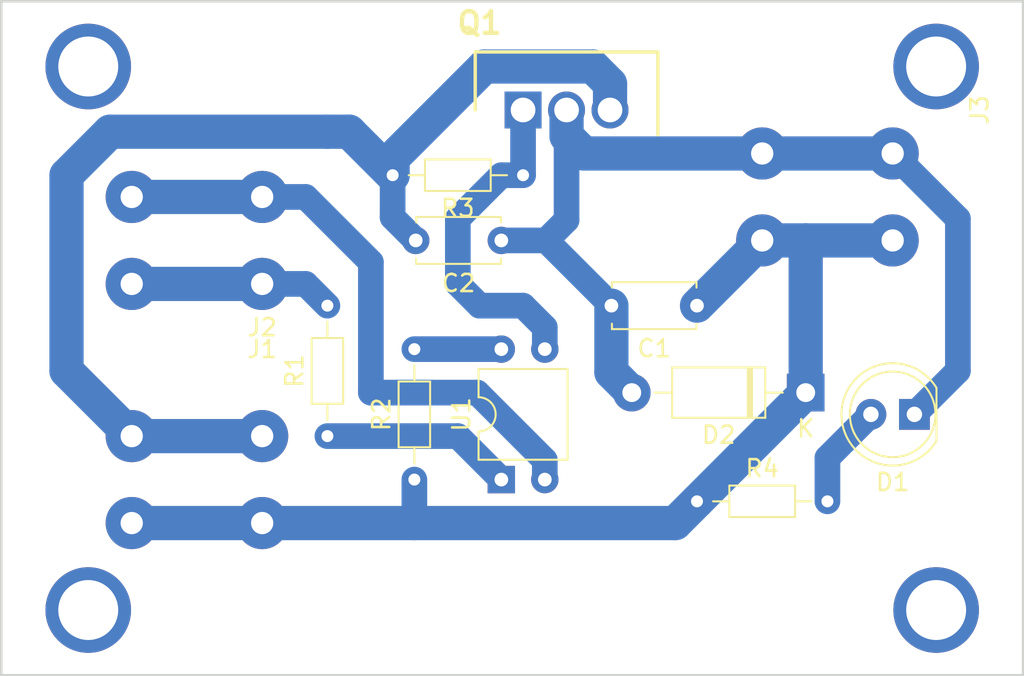
<source format=kicad_pcb>
(kicad_pcb (version 20171130) (host pcbnew 5.1.10-88a1d61d58~90~ubuntu20.04.1)

  (general
    (thickness 1.6)
    (drawings 4)
    (tracks 65)
    (zones 0)
    (modules 13)
    (nets 10)
  )

  (page A4)
  (layers
    (0 F.Cu signal)
    (31 B.Cu signal)
    (32 B.Adhes user)
    (33 F.Adhes user)
    (34 B.Paste user)
    (35 F.Paste user)
    (36 B.SilkS user)
    (37 F.SilkS user)
    (38 B.Mask user)
    (39 F.Mask user)
    (40 Dwgs.User user)
    (41 Cmts.User user)
    (42 Eco1.User user)
    (43 Eco2.User user)
    (44 Edge.Cuts user)
    (45 Margin user)
    (46 B.CrtYd user)
    (47 F.CrtYd user)
    (48 B.Fab user)
    (49 F.Fab user)
  )

  (setup
    (last_trace_width 0.25)
    (user_trace_width 1.5)
    (user_trace_width 2)
    (trace_clearance 0.2)
    (zone_clearance 0.508)
    (zone_45_only no)
    (trace_min 0.2)
    (via_size 0.8)
    (via_drill 0.4)
    (via_min_size 0.4)
    (via_min_drill 0.3)
    (user_via 4 3)
    (uvia_size 0.3)
    (uvia_drill 0.1)
    (uvias_allowed no)
    (uvia_min_size 0.2)
    (uvia_min_drill 0.1)
    (edge_width 0.05)
    (segment_width 0.2)
    (pcb_text_width 0.3)
    (pcb_text_size 1.5 1.5)
    (mod_edge_width 0.12)
    (mod_text_size 1 1)
    (mod_text_width 0.15)
    (pad_size 1.524 1.524)
    (pad_drill 0.762)
    (pad_to_mask_clearance 0)
    (aux_axis_origin 0 0)
    (visible_elements FFFFFF7F)
    (pcbplotparams
      (layerselection 0x01000_fffffffe)
      (usegerberextensions false)
      (usegerberattributes true)
      (usegerberadvancedattributes true)
      (creategerberjobfile true)
      (excludeedgelayer true)
      (linewidth 0.100000)
      (plotframeref false)
      (viasonmask false)
      (mode 1)
      (useauxorigin false)
      (hpglpennumber 1)
      (hpglpenspeed 20)
      (hpglpendiameter 15.000000)
      (psnegative false)
      (psa4output false)
      (plotreference true)
      (plotvalue true)
      (plotinvisibletext false)
      (padsonsilk false)
      (subtractmaskfromsilk false)
      (outputformat 1)
      (mirror false)
      (drillshape 0)
      (scaleselection 1)
      (outputdirectory "gerber/"))
  )

  (net 0 "")
  (net 1 "Net-(C1-Pad2)")
  (net 2 +24V)
  (net 3 GND)
  (net 4 "Net-(D1-Pad2)")
  (net 5 "Net-(J1-Pad1)")
  (net 6 "Net-(J1-Pad2)")
  (net 7 "Net-(Q1-Pad1)")
  (net 8 "Net-(R1-Pad1)")
  (net 9 "Net-(R2-Pad2)")

  (net_class Default "This is the default net class."
    (clearance 0.2)
    (trace_width 0.25)
    (via_dia 0.8)
    (via_drill 0.4)
    (uvia_dia 0.3)
    (uvia_drill 0.1)
    (add_net +24V)
    (add_net GND)
    (add_net "Net-(C1-Pad2)")
    (add_net "Net-(D1-Pad2)")
    (add_net "Net-(J1-Pad1)")
    (add_net "Net-(J1-Pad2)")
    (add_net "Net-(Q1-Pad1)")
    (add_net "Net-(R1-Pad1)")
    (add_net "Net-(R2-Pad2)")
  )

  (module proj_packages:TO254P483X1016X1501-3P (layer F.Cu) (tedit 618A3744) (tstamp 618A984F)
    (at 114.3 93.98)
    (descr TO-262_1)
    (tags Transistor)
    (path /618A3800)
    (fp_text reference Q1 (at -2.54 -5.08) (layer F.SilkS)
      (effects (font (size 1.27 1.27) (thickness 0.254)))
    )
    (fp_text value IRLB3034PBF (at 1.27 3.81) (layer F.SilkS) hide
      (effects (font (size 1.27 1.27) (thickness 0.254)))
    )
    (fp_line (start -3.045 -3.64) (end 8.125 -3.64) (layer F.CrtYd) (width 0.05))
    (fp_line (start 8.125 -3.64) (end 8.125 1.69) (layer F.CrtYd) (width 0.05))
    (fp_line (start 8.125 1.69) (end -3.045 1.69) (layer F.CrtYd) (width 0.05))
    (fp_line (start -3.045 1.69) (end -3.045 -3.64) (layer F.CrtYd) (width 0.05))
    (fp_line (start -2.795 -3.39) (end 7.875 -3.39) (layer F.Fab) (width 0.1))
    (fp_line (start 7.875 -3.39) (end 7.875 1.44) (layer F.Fab) (width 0.1))
    (fp_line (start 7.875 1.44) (end -2.795 1.44) (layer F.Fab) (width 0.1))
    (fp_line (start -2.795 1.44) (end -2.795 -3.39) (layer F.Fab) (width 0.1))
    (fp_line (start -2.795 -2.12) (end -1.525 -3.39) (layer F.Fab) (width 0.1))
    (fp_line (start 7.875 1.44) (end 7.875 -3.39) (layer F.SilkS) (width 0.2))
    (fp_line (start 7.875 -3.39) (end -2.795 -3.39) (layer F.SilkS) (width 0.2))
    (fp_line (start -2.795 -3.39) (end -2.795 0) (layer F.SilkS) (width 0.2))
    (fp_text user %R (at 0 0) (layer F.Fab)
      (effects (font (size 1.27 1.27) (thickness 0.254)))
    )
    (pad 1 thru_hole rect (at 0 0) (size 2.16 2.16) (drill 1.44) (layers *.Cu *.Mask)
      (net 7 "Net-(Q1-Pad1)"))
    (pad 2 thru_hole circle (at 2.54 0) (size 2.16 2.16) (drill 1.44) (layers *.Cu *.Mask)
      (net 1 "Net-(C1-Pad2)"))
    (pad 3 thru_hole circle (at 5.08 0) (size 2.16 2.16) (drill 1.44) (layers *.Cu *.Mask)
      (net 3 GND))
    (model IRLB3034PBF.stp
      (at (xyz 0 0 0))
      (scale (xyz 1 1 1))
      (rotate (xyz 0 0 0))
    )
    (model ${KIPRJMOD}/LIBs/IRLB3034PBF/3D/IRLB3034PBF.stp
      (at (xyz 0 0 0))
      (scale (xyz 1 1 1))
      (rotate (xyz 0 0 0))
    )
  )

  (module Diode_THT:D_DO-41_SOD81_P10.16mm_Horizontal (layer F.Cu) (tedit 5AE50CD5) (tstamp 618A980E)
    (at 130.81 110.49 180)
    (descr "Diode, DO-41_SOD81 series, Axial, Horizontal, pin pitch=10.16mm, , length*diameter=5.2*2.7mm^2, , http://www.diodes.com/_files/packages/DO-41%20(Plastic).pdf")
    (tags "Diode DO-41_SOD81 series Axial Horizontal pin pitch 10.16mm  length 5.2mm diameter 2.7mm")
    (path /6193AA7F)
    (fp_text reference D2 (at 5.08 -2.47) (layer F.SilkS)
      (effects (font (size 1 1) (thickness 0.15)))
    )
    (fp_text value 1N4004 (at 5.08 2.47) (layer F.Fab)
      (effects (font (size 1 1) (thickness 0.15)))
    )
    (fp_line (start 11.51 -1.6) (end -1.35 -1.6) (layer F.CrtYd) (width 0.05))
    (fp_line (start 11.51 1.6) (end 11.51 -1.6) (layer F.CrtYd) (width 0.05))
    (fp_line (start -1.35 1.6) (end 11.51 1.6) (layer F.CrtYd) (width 0.05))
    (fp_line (start -1.35 -1.6) (end -1.35 1.6) (layer F.CrtYd) (width 0.05))
    (fp_line (start 3.14 -1.47) (end 3.14 1.47) (layer F.SilkS) (width 0.12))
    (fp_line (start 3.38 -1.47) (end 3.38 1.47) (layer F.SilkS) (width 0.12))
    (fp_line (start 3.26 -1.47) (end 3.26 1.47) (layer F.SilkS) (width 0.12))
    (fp_line (start 8.82 0) (end 7.8 0) (layer F.SilkS) (width 0.12))
    (fp_line (start 1.34 0) (end 2.36 0) (layer F.SilkS) (width 0.12))
    (fp_line (start 7.8 -1.47) (end 2.36 -1.47) (layer F.SilkS) (width 0.12))
    (fp_line (start 7.8 1.47) (end 7.8 -1.47) (layer F.SilkS) (width 0.12))
    (fp_line (start 2.36 1.47) (end 7.8 1.47) (layer F.SilkS) (width 0.12))
    (fp_line (start 2.36 -1.47) (end 2.36 1.47) (layer F.SilkS) (width 0.12))
    (fp_line (start 3.16 -1.35) (end 3.16 1.35) (layer F.Fab) (width 0.1))
    (fp_line (start 3.36 -1.35) (end 3.36 1.35) (layer F.Fab) (width 0.1))
    (fp_line (start 3.26 -1.35) (end 3.26 1.35) (layer F.Fab) (width 0.1))
    (fp_line (start 10.16 0) (end 7.68 0) (layer F.Fab) (width 0.1))
    (fp_line (start 0 0) (end 2.48 0) (layer F.Fab) (width 0.1))
    (fp_line (start 7.68 -1.35) (end 2.48 -1.35) (layer F.Fab) (width 0.1))
    (fp_line (start 7.68 1.35) (end 7.68 -1.35) (layer F.Fab) (width 0.1))
    (fp_line (start 2.48 1.35) (end 7.68 1.35) (layer F.Fab) (width 0.1))
    (fp_line (start 2.48 -1.35) (end 2.48 1.35) (layer F.Fab) (width 0.1))
    (fp_text user K (at 0 -2.1) (layer F.SilkS)
      (effects (font (size 1 1) (thickness 0.15)))
    )
    (fp_text user K (at 0 -2.1) (layer F.Fab)
      (effects (font (size 1 1) (thickness 0.15)))
    )
    (fp_text user %R (at 5.47 0) (layer F.Fab)
      (effects (font (size 1 1) (thickness 0.15)))
    )
    (pad 2 thru_hole oval (at 10.16 0 180) (size 2.2 2.2) (drill 1.1) (layers *.Cu *.Mask)
      (net 1 "Net-(C1-Pad2)"))
    (pad 1 thru_hole rect (at 0 0 180) (size 2.2 2.2) (drill 1.1) (layers *.Cu *.Mask)
      (net 2 +24V))
    (model ${KISYS3DMOD}/Diode_THT.3dshapes/D_DO-41_SOD81_P10.16mm_Horizontal.wrl
      (at (xyz 0 0 0))
      (scale (xyz 1 1 1))
      (rotate (xyz 0 0 0))
    )
  )

  (module Package_DIP:DIP-4_W7.62mm (layer F.Cu) (tedit 5A02E8C5) (tstamp 618A98C3)
    (at 113.03 115.57 90)
    (descr "4-lead though-hole mounted DIP package, row spacing 7.62 mm (300 mils)")
    (tags "THT DIP DIL PDIP 2.54mm 7.62mm 300mil")
    (path /618A545D)
    (fp_text reference U1 (at 3.81 -2.33 90) (layer F.SilkS)
      (effects (font (size 1 1) (thickness 0.15)))
    )
    (fp_text value PC817 (at 3.81 4.87 90) (layer F.Fab)
      (effects (font (size 1 1) (thickness 0.15)))
    )
    (fp_line (start 8.7 -1.55) (end -1.1 -1.55) (layer F.CrtYd) (width 0.05))
    (fp_line (start 8.7 4.1) (end 8.7 -1.55) (layer F.CrtYd) (width 0.05))
    (fp_line (start -1.1 4.1) (end 8.7 4.1) (layer F.CrtYd) (width 0.05))
    (fp_line (start -1.1 -1.55) (end -1.1 4.1) (layer F.CrtYd) (width 0.05))
    (fp_line (start 6.46 -1.33) (end 4.81 -1.33) (layer F.SilkS) (width 0.12))
    (fp_line (start 6.46 3.87) (end 6.46 -1.33) (layer F.SilkS) (width 0.12))
    (fp_line (start 1.16 3.87) (end 6.46 3.87) (layer F.SilkS) (width 0.12))
    (fp_line (start 1.16 -1.33) (end 1.16 3.87) (layer F.SilkS) (width 0.12))
    (fp_line (start 2.81 -1.33) (end 1.16 -1.33) (layer F.SilkS) (width 0.12))
    (fp_line (start 0.635 -0.27) (end 1.635 -1.27) (layer F.Fab) (width 0.1))
    (fp_line (start 0.635 3.81) (end 0.635 -0.27) (layer F.Fab) (width 0.1))
    (fp_line (start 6.985 3.81) (end 0.635 3.81) (layer F.Fab) (width 0.1))
    (fp_line (start 6.985 -1.27) (end 6.985 3.81) (layer F.Fab) (width 0.1))
    (fp_line (start 1.635 -1.27) (end 6.985 -1.27) (layer F.Fab) (width 0.1))
    (fp_text user %R (at 3.81 1.27 90) (layer F.Fab)
      (effects (font (size 1 1) (thickness 0.15)))
    )
    (fp_arc (start 3.81 -1.33) (end 2.81 -1.33) (angle -180) (layer F.SilkS) (width 0.12))
    (pad 4 thru_hole oval (at 7.62 0 90) (size 1.6 1.6) (drill 0.8) (layers *.Cu *.Mask)
      (net 9 "Net-(R2-Pad2)"))
    (pad 2 thru_hole oval (at 0 2.54 90) (size 1.6 1.6) (drill 0.8) (layers *.Cu *.Mask)
      (net 5 "Net-(J1-Pad1)"))
    (pad 3 thru_hole oval (at 7.62 2.54 90) (size 1.6 1.6) (drill 0.8) (layers *.Cu *.Mask)
      (net 7 "Net-(Q1-Pad1)"))
    (pad 1 thru_hole rect (at 0 0 90) (size 1.6 1.6) (drill 0.8) (layers *.Cu *.Mask)
      (net 8 "Net-(R1-Pad1)"))
    (model ${KISYS3DMOD}/Package_DIP.3dshapes/DIP-4_W7.62mm.wrl
      (at (xyz 0 0 0))
      (scale (xyz 1 1 1))
      (rotate (xyz 0 0 0))
    )
  )

  (module Resistor_THT:R_Axial_DIN0204_L3.6mm_D1.6mm_P7.62mm_Horizontal (layer F.Cu) (tedit 5AE5139B) (tstamp 618AA21C)
    (at 124.46 116.84)
    (descr "Resistor, Axial_DIN0204 series, Axial, Horizontal, pin pitch=7.62mm, 0.167W, length*diameter=3.6*1.6mm^2, http://cdn-reichelt.de/documents/datenblatt/B400/1_4W%23YAG.pdf")
    (tags "Resistor Axial_DIN0204 series Axial Horizontal pin pitch 7.62mm 0.167W length 3.6mm diameter 1.6mm")
    (path /61914254)
    (fp_text reference R4 (at 3.81 -1.92) (layer F.SilkS)
      (effects (font (size 1 1) (thickness 0.15)))
    )
    (fp_text value 4k7 (at 3.81 1.92) (layer F.Fab)
      (effects (font (size 1 1) (thickness 0.15)))
    )
    (fp_line (start 8.57 -1.05) (end -0.95 -1.05) (layer F.CrtYd) (width 0.05))
    (fp_line (start 8.57 1.05) (end 8.57 -1.05) (layer F.CrtYd) (width 0.05))
    (fp_line (start -0.95 1.05) (end 8.57 1.05) (layer F.CrtYd) (width 0.05))
    (fp_line (start -0.95 -1.05) (end -0.95 1.05) (layer F.CrtYd) (width 0.05))
    (fp_line (start 6.68 0) (end 5.73 0) (layer F.SilkS) (width 0.12))
    (fp_line (start 0.94 0) (end 1.89 0) (layer F.SilkS) (width 0.12))
    (fp_line (start 5.73 -0.92) (end 1.89 -0.92) (layer F.SilkS) (width 0.12))
    (fp_line (start 5.73 0.92) (end 5.73 -0.92) (layer F.SilkS) (width 0.12))
    (fp_line (start 1.89 0.92) (end 5.73 0.92) (layer F.SilkS) (width 0.12))
    (fp_line (start 1.89 -0.92) (end 1.89 0.92) (layer F.SilkS) (width 0.12))
    (fp_line (start 7.62 0) (end 5.61 0) (layer F.Fab) (width 0.1))
    (fp_line (start 0 0) (end 2.01 0) (layer F.Fab) (width 0.1))
    (fp_line (start 5.61 -0.8) (end 2.01 -0.8) (layer F.Fab) (width 0.1))
    (fp_line (start 5.61 0.8) (end 5.61 -0.8) (layer F.Fab) (width 0.1))
    (fp_line (start 2.01 0.8) (end 5.61 0.8) (layer F.Fab) (width 0.1))
    (fp_line (start 2.01 -0.8) (end 2.01 0.8) (layer F.Fab) (width 0.1))
    (fp_text user %R (at 3.81 0) (layer F.Fab)
      (effects (font (size 0.72 0.72) (thickness 0.108)))
    )
    (pad 2 thru_hole oval (at 7.62 0) (size 1.4 1.4) (drill 0.7) (layers *.Cu *.Mask)
      (net 4 "Net-(D1-Pad2)"))
    (pad 1 thru_hole circle (at 0 0) (size 1.4 1.4) (drill 0.7) (layers *.Cu *.Mask)
      (net 2 +24V))
    (model ${KISYS3DMOD}/Resistor_THT.3dshapes/R_Axial_DIN0204_L3.6mm_D1.6mm_P7.62mm_Horizontal.wrl
      (at (xyz 0 0 0))
      (scale (xyz 1 1 1))
      (rotate (xyz 0 0 0))
    )
  )

  (module Resistor_THT:R_Axial_DIN0204_L3.6mm_D1.6mm_P7.62mm_Horizontal (layer F.Cu) (tedit 5AE5139B) (tstamp 618A9894)
    (at 114.3 97.79 180)
    (descr "Resistor, Axial_DIN0204 series, Axial, Horizontal, pin pitch=7.62mm, 0.167W, length*diameter=3.6*1.6mm^2, http://cdn-reichelt.de/documents/datenblatt/B400/1_4W%23YAG.pdf")
    (tags "Resistor Axial_DIN0204 series Axial Horizontal pin pitch 7.62mm 0.167W length 3.6mm diameter 1.6mm")
    (path /618C7D76)
    (fp_text reference R3 (at 3.81 -1.92) (layer F.SilkS)
      (effects (font (size 1 1) (thickness 0.15)))
    )
    (fp_text value 2k (at 3.81 1.92) (layer F.Fab)
      (effects (font (size 1 1) (thickness 0.15)))
    )
    (fp_line (start 8.57 -1.05) (end -0.95 -1.05) (layer F.CrtYd) (width 0.05))
    (fp_line (start 8.57 1.05) (end 8.57 -1.05) (layer F.CrtYd) (width 0.05))
    (fp_line (start -0.95 1.05) (end 8.57 1.05) (layer F.CrtYd) (width 0.05))
    (fp_line (start -0.95 -1.05) (end -0.95 1.05) (layer F.CrtYd) (width 0.05))
    (fp_line (start 6.68 0) (end 5.73 0) (layer F.SilkS) (width 0.12))
    (fp_line (start 0.94 0) (end 1.89 0) (layer F.SilkS) (width 0.12))
    (fp_line (start 5.73 -0.92) (end 1.89 -0.92) (layer F.SilkS) (width 0.12))
    (fp_line (start 5.73 0.92) (end 5.73 -0.92) (layer F.SilkS) (width 0.12))
    (fp_line (start 1.89 0.92) (end 5.73 0.92) (layer F.SilkS) (width 0.12))
    (fp_line (start 1.89 -0.92) (end 1.89 0.92) (layer F.SilkS) (width 0.12))
    (fp_line (start 7.62 0) (end 5.61 0) (layer F.Fab) (width 0.1))
    (fp_line (start 0 0) (end 2.01 0) (layer F.Fab) (width 0.1))
    (fp_line (start 5.61 -0.8) (end 2.01 -0.8) (layer F.Fab) (width 0.1))
    (fp_line (start 5.61 0.8) (end 5.61 -0.8) (layer F.Fab) (width 0.1))
    (fp_line (start 2.01 0.8) (end 5.61 0.8) (layer F.Fab) (width 0.1))
    (fp_line (start 2.01 -0.8) (end 2.01 0.8) (layer F.Fab) (width 0.1))
    (fp_text user %R (at 3.81 0) (layer F.Fab)
      (effects (font (size 0.72 0.72) (thickness 0.108)))
    )
    (pad 2 thru_hole oval (at 7.62 0 180) (size 1.4 1.4) (drill 0.7) (layers *.Cu *.Mask)
      (net 3 GND))
    (pad 1 thru_hole circle (at 0 0 180) (size 1.4 1.4) (drill 0.7) (layers *.Cu *.Mask)
      (net 7 "Net-(Q1-Pad1)"))
    (model ${KISYS3DMOD}/Resistor_THT.3dshapes/R_Axial_DIN0204_L3.6mm_D1.6mm_P7.62mm_Horizontal.wrl
      (at (xyz 0 0 0))
      (scale (xyz 1 1 1))
      (rotate (xyz 0 0 0))
    )
  )

  (module Resistor_THT:R_Axial_DIN0204_L3.6mm_D1.6mm_P7.62mm_Horizontal (layer F.Cu) (tedit 5AE5139B) (tstamp 618A9E91)
    (at 107.95 115.57 90)
    (descr "Resistor, Axial_DIN0204 series, Axial, Horizontal, pin pitch=7.62mm, 0.167W, length*diameter=3.6*1.6mm^2, http://cdn-reichelt.de/documents/datenblatt/B400/1_4W%23YAG.pdf")
    (tags "Resistor Axial_DIN0204 series Axial Horizontal pin pitch 7.62mm 0.167W length 3.6mm diameter 1.6mm")
    (path /618C0031)
    (fp_text reference R2 (at 3.81 -1.92 90) (layer F.SilkS)
      (effects (font (size 1 1) (thickness 0.15)))
    )
    (fp_text value 2k7 (at 3.81 1.92 90) (layer F.Fab)
      (effects (font (size 1 1) (thickness 0.15)))
    )
    (fp_line (start 8.57 -1.05) (end -0.95 -1.05) (layer F.CrtYd) (width 0.05))
    (fp_line (start 8.57 1.05) (end 8.57 -1.05) (layer F.CrtYd) (width 0.05))
    (fp_line (start -0.95 1.05) (end 8.57 1.05) (layer F.CrtYd) (width 0.05))
    (fp_line (start -0.95 -1.05) (end -0.95 1.05) (layer F.CrtYd) (width 0.05))
    (fp_line (start 6.68 0) (end 5.73 0) (layer F.SilkS) (width 0.12))
    (fp_line (start 0.94 0) (end 1.89 0) (layer F.SilkS) (width 0.12))
    (fp_line (start 5.73 -0.92) (end 1.89 -0.92) (layer F.SilkS) (width 0.12))
    (fp_line (start 5.73 0.92) (end 5.73 -0.92) (layer F.SilkS) (width 0.12))
    (fp_line (start 1.89 0.92) (end 5.73 0.92) (layer F.SilkS) (width 0.12))
    (fp_line (start 1.89 -0.92) (end 1.89 0.92) (layer F.SilkS) (width 0.12))
    (fp_line (start 7.62 0) (end 5.61 0) (layer F.Fab) (width 0.1))
    (fp_line (start 0 0) (end 2.01 0) (layer F.Fab) (width 0.1))
    (fp_line (start 5.61 -0.8) (end 2.01 -0.8) (layer F.Fab) (width 0.1))
    (fp_line (start 5.61 0.8) (end 5.61 -0.8) (layer F.Fab) (width 0.1))
    (fp_line (start 2.01 0.8) (end 5.61 0.8) (layer F.Fab) (width 0.1))
    (fp_line (start 2.01 -0.8) (end 2.01 0.8) (layer F.Fab) (width 0.1))
    (fp_text user %R (at 3.81 0 90) (layer F.Fab)
      (effects (font (size 0.72 0.72) (thickness 0.108)))
    )
    (pad 2 thru_hole oval (at 7.62 0 90) (size 1.4 1.4) (drill 0.7) (layers *.Cu *.Mask)
      (net 9 "Net-(R2-Pad2)"))
    (pad 1 thru_hole circle (at 0 0 90) (size 1.4 1.4) (drill 0.7) (layers *.Cu *.Mask)
      (net 2 +24V))
    (model ${KISYS3DMOD}/Resistor_THT.3dshapes/R_Axial_DIN0204_L3.6mm_D1.6mm_P7.62mm_Horizontal.wrl
      (at (xyz 0 0 0))
      (scale (xyz 1 1 1))
      (rotate (xyz 0 0 0))
    )
  )

  (module Resistor_THT:R_Axial_DIN0204_L3.6mm_D1.6mm_P7.62mm_Horizontal (layer F.Cu) (tedit 5AE5139B) (tstamp 618A9866)
    (at 102.87 113.03 90)
    (descr "Resistor, Axial_DIN0204 series, Axial, Horizontal, pin pitch=7.62mm, 0.167W, length*diameter=3.6*1.6mm^2, http://cdn-reichelt.de/documents/datenblatt/B400/1_4W%23YAG.pdf")
    (tags "Resistor Axial_DIN0204 series Axial Horizontal pin pitch 7.62mm 0.167W length 3.6mm diameter 1.6mm")
    (path /618D13F4)
    (fp_text reference R1 (at 3.81 -1.92 90) (layer F.SilkS)
      (effects (font (size 1 1) (thickness 0.15)))
    )
    (fp_text value 560 (at 3.81 1.92 90) (layer F.Fab)
      (effects (font (size 1 1) (thickness 0.15)))
    )
    (fp_line (start 8.57 -1.05) (end -0.95 -1.05) (layer F.CrtYd) (width 0.05))
    (fp_line (start 8.57 1.05) (end 8.57 -1.05) (layer F.CrtYd) (width 0.05))
    (fp_line (start -0.95 1.05) (end 8.57 1.05) (layer F.CrtYd) (width 0.05))
    (fp_line (start -0.95 -1.05) (end -0.95 1.05) (layer F.CrtYd) (width 0.05))
    (fp_line (start 6.68 0) (end 5.73 0) (layer F.SilkS) (width 0.12))
    (fp_line (start 0.94 0) (end 1.89 0) (layer F.SilkS) (width 0.12))
    (fp_line (start 5.73 -0.92) (end 1.89 -0.92) (layer F.SilkS) (width 0.12))
    (fp_line (start 5.73 0.92) (end 5.73 -0.92) (layer F.SilkS) (width 0.12))
    (fp_line (start 1.89 0.92) (end 5.73 0.92) (layer F.SilkS) (width 0.12))
    (fp_line (start 1.89 -0.92) (end 1.89 0.92) (layer F.SilkS) (width 0.12))
    (fp_line (start 7.62 0) (end 5.61 0) (layer F.Fab) (width 0.1))
    (fp_line (start 0 0) (end 2.01 0) (layer F.Fab) (width 0.1))
    (fp_line (start 5.61 -0.8) (end 2.01 -0.8) (layer F.Fab) (width 0.1))
    (fp_line (start 5.61 0.8) (end 5.61 -0.8) (layer F.Fab) (width 0.1))
    (fp_line (start 2.01 0.8) (end 5.61 0.8) (layer F.Fab) (width 0.1))
    (fp_line (start 2.01 -0.8) (end 2.01 0.8) (layer F.Fab) (width 0.1))
    (fp_text user %R (at 3.81 0 90) (layer F.Fab)
      (effects (font (size 0.72 0.72) (thickness 0.108)))
    )
    (pad 2 thru_hole oval (at 7.62 0 90) (size 1.4 1.4) (drill 0.7) (layers *.Cu *.Mask)
      (net 6 "Net-(J1-Pad2)"))
    (pad 1 thru_hole circle (at 0 0 90) (size 1.4 1.4) (drill 0.7) (layers *.Cu *.Mask)
      (net 8 "Net-(R1-Pad1)"))
    (model ${KISYS3DMOD}/Resistor_THT.3dshapes/R_Axial_DIN0204_L3.6mm_D1.6mm_P7.62mm_Horizontal.wrl
      (at (xyz 0 0 0))
      (scale (xyz 1 1 1))
      (rotate (xyz 0 0 0))
    )
  )

  (module proj_packages:DG142V-5.08-2 (layer F.Cu) (tedit 609E5E2A) (tstamp 618AA289)
    (at 135.89 99.06 90)
    (path /618A73EE)
    (fp_text reference J3 (at 5.08 5.08 90) (layer F.SilkS)
      (effects (font (size 1 1) (thickness 0.15)))
    )
    (fp_text value PWM_24V_OUT (at -2.54 5.08 90) (layer F.Fab)
      (effects (font (size 1 1) (thickness 0.15)))
    )
    (fp_line (start -7.62 4.4) (end 5.08 4.4) (layer F.CrtYd) (width 0.12))
    (fp_line (start -7.62 1.5) (end -7.62 4.4) (layer F.CrtYd) (width 0.12))
    (fp_line (start 5.08 1.5) (end 5.08 4.4) (layer F.CrtYd) (width 0.12))
    (fp_line (start -7.62 -8.8) (end 5.08 -8.8) (layer F.CrtYd) (width 0.12))
    (fp_line (start -7.62 1.5) (end 5.08 1.5) (layer F.CrtYd) (width 0.12))
    (fp_line (start -7.62 1.5) (end -7.62 -8.8) (layer F.CrtYd) (width 0.12))
    (fp_line (start 5.08 1.5) (end 5.08 -8.8) (layer F.CrtYd) (width 0.12))
    (pad 1 thru_hole circle (at -2.54 0 90) (size 3.048 3.048) (drill 1.3) (layers *.Cu *.Mask)
      (net 2 +24V))
    (pad 2 thru_hole circle (at 2.54 0 90) (size 3.048 3.048) (drill 1.3) (layers *.Cu *.Mask)
      (net 1 "Net-(C1-Pad2)"))
    (pad 2 thru_hole circle (at 2.54 -7.62 90) (size 3.048 3.048) (drill 1.3) (layers *.Cu *.Mask)
      (net 1 "Net-(C1-Pad2)"))
    (pad 1 thru_hole circle (at -2.54 -7.62 90) (size 3.048 3.048) (drill 1.3) (layers *.Cu *.Mask)
      (net 2 +24V))
    (model C:/projects/_002_KiCad/LIBS/pcb-spring-terminal-blocks-dg-142v-kf142v-5-08-1.snapshot.15/DG142V-2-5.08.STEP
      (offset (xyz -7.5 -4 0))
      (scale (xyz 1 1 1))
      (rotate (xyz -90 0 0))
    )
  )

  (module proj_packages:DG142V-5.08-2 (layer F.Cu) (tedit 609E5E2A) (tstamp 618A982C)
    (at 91.44 115.57 270)
    (path /618A82DB)
    (fp_text reference J2 (at -8.89 -7.62 180) (layer F.SilkS)
      (effects (font (size 1 1) (thickness 0.15)))
    )
    (fp_text value POW_24V (at -8.89 1.27 180) (layer F.Fab)
      (effects (font (size 1 1) (thickness 0.15)))
    )
    (fp_line (start -7.62 4.4) (end 5.08 4.4) (layer F.CrtYd) (width 0.12))
    (fp_line (start -7.62 1.5) (end -7.62 4.4) (layer F.CrtYd) (width 0.12))
    (fp_line (start 5.08 1.5) (end 5.08 4.4) (layer F.CrtYd) (width 0.12))
    (fp_line (start -7.62 -8.8) (end 5.08 -8.8) (layer F.CrtYd) (width 0.12))
    (fp_line (start -7.62 1.5) (end 5.08 1.5) (layer F.CrtYd) (width 0.12))
    (fp_line (start -7.62 1.5) (end -7.62 -8.8) (layer F.CrtYd) (width 0.12))
    (fp_line (start 5.08 1.5) (end 5.08 -8.8) (layer F.CrtYd) (width 0.12))
    (pad 1 thru_hole circle (at -2.54 0 270) (size 3.048 3.048) (drill 1.3) (layers *.Cu *.Mask)
      (net 3 GND))
    (pad 2 thru_hole circle (at 2.54 0 270) (size 3.048 3.048) (drill 1.3) (layers *.Cu *.Mask)
      (net 2 +24V))
    (pad 2 thru_hole circle (at 2.54 -7.62 270) (size 3.048 3.048) (drill 1.3) (layers *.Cu *.Mask)
      (net 2 +24V))
    (pad 1 thru_hole circle (at -2.54 -7.62 270) (size 3.048 3.048) (drill 1.3) (layers *.Cu *.Mask)
      (net 3 GND))
    (model C:/projects/_002_KiCad/LIBS/pcb-spring-terminal-blocks-dg-142v-kf142v-5-08-1.snapshot.15/DG142V-2-5.08.STEP
      (offset (xyz -7.5 -4 0))
      (scale (xyz 1 1 1))
      (rotate (xyz -90 0 0))
    )
  )

  (module proj_packages:DG142V-5.08-2 (layer F.Cu) (tedit 609E5E2A) (tstamp 618A981D)
    (at 91.44 101.6 270)
    (path /618A6A24)
    (fp_text reference J1 (at 6.35 -7.62 180) (layer F.SilkS)
      (effects (font (size 1 1) (thickness 0.15)))
    )
    (fp_text value PWM_12V_IN (at 6.35 0 180) (layer F.Fab)
      (effects (font (size 1 1) (thickness 0.15)))
    )
    (fp_line (start -7.62 4.4) (end 5.08 4.4) (layer F.CrtYd) (width 0.12))
    (fp_line (start -7.62 1.5) (end -7.62 4.4) (layer F.CrtYd) (width 0.12))
    (fp_line (start 5.08 1.5) (end 5.08 4.4) (layer F.CrtYd) (width 0.12))
    (fp_line (start -7.62 -8.8) (end 5.08 -8.8) (layer F.CrtYd) (width 0.12))
    (fp_line (start -7.62 1.5) (end 5.08 1.5) (layer F.CrtYd) (width 0.12))
    (fp_line (start -7.62 1.5) (end -7.62 -8.8) (layer F.CrtYd) (width 0.12))
    (fp_line (start 5.08 1.5) (end 5.08 -8.8) (layer F.CrtYd) (width 0.12))
    (pad 1 thru_hole circle (at -2.54 0 270) (size 3.048 3.048) (drill 1.3) (layers *.Cu *.Mask)
      (net 5 "Net-(J1-Pad1)"))
    (pad 2 thru_hole circle (at 2.54 0 270) (size 3.048 3.048) (drill 1.3) (layers *.Cu *.Mask)
      (net 6 "Net-(J1-Pad2)"))
    (pad 2 thru_hole circle (at 2.54 -7.62 270) (size 3.048 3.048) (drill 1.3) (layers *.Cu *.Mask)
      (net 6 "Net-(J1-Pad2)"))
    (pad 1 thru_hole circle (at -2.54 -7.62 270) (size 3.048 3.048) (drill 1.3) (layers *.Cu *.Mask)
      (net 5 "Net-(J1-Pad1)"))
    (model C:/projects/_002_KiCad/LIBS/pcb-spring-terminal-blocks-dg-142v-kf142v-5-08-1.snapshot.15/DG142V-2-5.08.STEP
      (offset (xyz -7.5 -4 0))
      (scale (xyz 1 1 1))
      (rotate (xyz -90 0 0))
    )
  )

  (module LED_THT:LED_D5.0mm (layer F.Cu) (tedit 5995936A) (tstamp 618AA259)
    (at 137.16 111.76 180)
    (descr "LED, diameter 5.0mm, 2 pins, http://cdn-reichelt.de/documents/datenblatt/A500/LL-504BC2E-009.pdf")
    (tags "LED diameter 5.0mm 2 pins")
    (path /619136D0)
    (fp_text reference D1 (at 1.27 -3.96) (layer F.SilkS)
      (effects (font (size 1 1) (thickness 0.15)))
    )
    (fp_text value LED (at 1.27 3.96) (layer F.Fab)
      (effects (font (size 1 1) (thickness 0.15)))
    )
    (fp_line (start 4.5 -3.25) (end -1.95 -3.25) (layer F.CrtYd) (width 0.05))
    (fp_line (start 4.5 3.25) (end 4.5 -3.25) (layer F.CrtYd) (width 0.05))
    (fp_line (start -1.95 3.25) (end 4.5 3.25) (layer F.CrtYd) (width 0.05))
    (fp_line (start -1.95 -3.25) (end -1.95 3.25) (layer F.CrtYd) (width 0.05))
    (fp_line (start -1.29 -1.545) (end -1.29 1.545) (layer F.SilkS) (width 0.12))
    (fp_line (start -1.23 -1.469694) (end -1.23 1.469694) (layer F.Fab) (width 0.1))
    (fp_circle (center 1.27 0) (end 3.77 0) (layer F.SilkS) (width 0.12))
    (fp_circle (center 1.27 0) (end 3.77 0) (layer F.Fab) (width 0.1))
    (fp_text user %R (at 1.25 0) (layer F.Fab)
      (effects (font (size 0.8 0.8) (thickness 0.2)))
    )
    (fp_arc (start 1.27 0) (end -1.29 1.54483) (angle -148.9) (layer F.SilkS) (width 0.12))
    (fp_arc (start 1.27 0) (end -1.29 -1.54483) (angle 148.9) (layer F.SilkS) (width 0.12))
    (fp_arc (start 1.27 0) (end -1.23 -1.469694) (angle 299.1) (layer F.Fab) (width 0.1))
    (pad 2 thru_hole circle (at 2.54 0 180) (size 1.8 1.8) (drill 0.9) (layers *.Cu *.Mask)
      (net 4 "Net-(D1-Pad2)"))
    (pad 1 thru_hole rect (at 0 0 180) (size 1.8 1.8) (drill 0.9) (layers *.Cu *.Mask)
      (net 1 "Net-(C1-Pad2)"))
    (model ${KISYS3DMOD}/LED_THT.3dshapes/LED_D5.0mm.wrl
      (at (xyz 0 0 0))
      (scale (xyz 1 1 1))
      (rotate (xyz 0 0 0))
    )
  )

  (module Capacitor_THT:C_Disc_D4.7mm_W2.5mm_P5.00mm (layer F.Cu) (tedit 5AE50EF0) (tstamp 618AA45C)
    (at 113.03 101.6 180)
    (descr "C, Disc series, Radial, pin pitch=5.00mm, , diameter*width=4.7*2.5mm^2, Capacitor, http://www.vishay.com/docs/45233/krseries.pdf")
    (tags "C Disc series Radial pin pitch 5.00mm  diameter 4.7mm width 2.5mm Capacitor")
    (path /619280BD)
    (fp_text reference C2 (at 2.5 -2.5) (layer F.SilkS)
      (effects (font (size 1 1) (thickness 0.15)))
    )
    (fp_text value 0.1 (at 2.5 2.5) (layer F.Fab)
      (effects (font (size 1 1) (thickness 0.15)))
    )
    (fp_line (start 6.05 -1.5) (end -1.05 -1.5) (layer F.CrtYd) (width 0.05))
    (fp_line (start 6.05 1.5) (end 6.05 -1.5) (layer F.CrtYd) (width 0.05))
    (fp_line (start -1.05 1.5) (end 6.05 1.5) (layer F.CrtYd) (width 0.05))
    (fp_line (start -1.05 -1.5) (end -1.05 1.5) (layer F.CrtYd) (width 0.05))
    (fp_line (start 4.97 1.055) (end 4.97 1.37) (layer F.SilkS) (width 0.12))
    (fp_line (start 4.97 -1.37) (end 4.97 -1.055) (layer F.SilkS) (width 0.12))
    (fp_line (start 0.03 1.055) (end 0.03 1.37) (layer F.SilkS) (width 0.12))
    (fp_line (start 0.03 -1.37) (end 0.03 -1.055) (layer F.SilkS) (width 0.12))
    (fp_line (start 0.03 1.37) (end 4.97 1.37) (layer F.SilkS) (width 0.12))
    (fp_line (start 0.03 -1.37) (end 4.97 -1.37) (layer F.SilkS) (width 0.12))
    (fp_line (start 4.85 -1.25) (end 0.15 -1.25) (layer F.Fab) (width 0.1))
    (fp_line (start 4.85 1.25) (end 4.85 -1.25) (layer F.Fab) (width 0.1))
    (fp_line (start 0.15 1.25) (end 4.85 1.25) (layer F.Fab) (width 0.1))
    (fp_line (start 0.15 -1.25) (end 0.15 1.25) (layer F.Fab) (width 0.1))
    (fp_text user %R (at 2.5 0) (layer F.Fab)
      (effects (font (size 0.94 0.94) (thickness 0.141)))
    )
    (pad 2 thru_hole circle (at 5 0 180) (size 1.6 1.6) (drill 0.8) (layers *.Cu *.Mask)
      (net 3 GND))
    (pad 1 thru_hole circle (at 0 0 180) (size 1.6 1.6) (drill 0.8) (layers *.Cu *.Mask)
      (net 1 "Net-(C1-Pad2)"))
    (model ${KISYS3DMOD}/Capacitor_THT.3dshapes/C_Disc_D4.7mm_W2.5mm_P5.00mm.wrl
      (at (xyz 0 0 0))
      (scale (xyz 1 1 1))
      (rotate (xyz 0 0 0))
    )
  )

  (module Capacitor_THT:C_Disc_D4.7mm_W2.5mm_P5.00mm (layer F.Cu) (tedit 5AE50EF0) (tstamp 618A9BE1)
    (at 124.46 105.41 180)
    (descr "C, Disc series, Radial, pin pitch=5.00mm, , diameter*width=4.7*2.5mm^2, Capacitor, http://www.vishay.com/docs/45233/krseries.pdf")
    (tags "C Disc series Radial pin pitch 5.00mm  diameter 4.7mm width 2.5mm Capacitor")
    (path /61925486)
    (fp_text reference C1 (at 2.5 -2.5) (layer F.SilkS)
      (effects (font (size 1 1) (thickness 0.15)))
    )
    (fp_text value 0.1 (at 2.5 2.5) (layer F.Fab)
      (effects (font (size 1 1) (thickness 0.15)))
    )
    (fp_line (start 6.05 -1.5) (end -1.05 -1.5) (layer F.CrtYd) (width 0.05))
    (fp_line (start 6.05 1.5) (end 6.05 -1.5) (layer F.CrtYd) (width 0.05))
    (fp_line (start -1.05 1.5) (end 6.05 1.5) (layer F.CrtYd) (width 0.05))
    (fp_line (start -1.05 -1.5) (end -1.05 1.5) (layer F.CrtYd) (width 0.05))
    (fp_line (start 4.97 1.055) (end 4.97 1.37) (layer F.SilkS) (width 0.12))
    (fp_line (start 4.97 -1.37) (end 4.97 -1.055) (layer F.SilkS) (width 0.12))
    (fp_line (start 0.03 1.055) (end 0.03 1.37) (layer F.SilkS) (width 0.12))
    (fp_line (start 0.03 -1.37) (end 0.03 -1.055) (layer F.SilkS) (width 0.12))
    (fp_line (start 0.03 1.37) (end 4.97 1.37) (layer F.SilkS) (width 0.12))
    (fp_line (start 0.03 -1.37) (end 4.97 -1.37) (layer F.SilkS) (width 0.12))
    (fp_line (start 4.85 -1.25) (end 0.15 -1.25) (layer F.Fab) (width 0.1))
    (fp_line (start 4.85 1.25) (end 4.85 -1.25) (layer F.Fab) (width 0.1))
    (fp_line (start 0.15 1.25) (end 4.85 1.25) (layer F.Fab) (width 0.1))
    (fp_line (start 0.15 -1.25) (end 0.15 1.25) (layer F.Fab) (width 0.1))
    (fp_text user %R (at 2.5 0) (layer F.Fab)
      (effects (font (size 0.94 0.94) (thickness 0.141)))
    )
    (pad 2 thru_hole circle (at 5 0 180) (size 1.6 1.6) (drill 0.8) (layers *.Cu *.Mask)
      (net 1 "Net-(C1-Pad2)"))
    (pad 1 thru_hole circle (at 0 0 180) (size 1.6 1.6) (drill 0.8) (layers *.Cu *.Mask)
      (net 2 +24V))
    (model ${KISYS3DMOD}/Capacitor_THT.3dshapes/C_Disc_D4.7mm_W2.5mm_P5.00mm.wrl
      (at (xyz 0 0 0))
      (scale (xyz 1 1 1))
      (rotate (xyz 0 0 0))
    )
  )

  (gr_line (start 83.82 127) (end 83.82 87.63) (layer Edge.Cuts) (width 0.15) (tstamp 618AA859))
  (gr_line (start 143.51 127) (end 83.82 127) (layer Edge.Cuts) (width 0.15))
  (gr_line (start 143.51 87.63) (end 143.51 127) (layer Edge.Cuts) (width 0.15))
  (gr_line (start 83.82 87.63) (end 143.51 87.63) (layer Edge.Cuts) (width 0.15))

  (via (at 138.43 91.44) (size 5) (drill 3.5) (layers F.Cu B.Cu) (net 0))
  (via (at 88.9 91.44) (size 5) (drill 3.5) (layers F.Cu B.Cu) (net 0))
  (via (at 88.9 123.19) (size 5) (drill 3.5) (layers F.Cu B.Cu) (net 0))
  (via (at 138.43 123.19) (size 5) (drill 3.5) (layers F.Cu B.Cu) (net 0))
  (segment (start 128.27 96.52) (end 135.89 96.52) (width 2) (layer B.Cu) (net 1))
  (segment (start 119.46 109.3) (end 120.65 110.49) (width 2) (layer B.Cu) (net 1))
  (segment (start 119.46 105.41) (end 119.46 109.3) (width 2) (layer B.Cu) (net 1))
  (segment (start 115.65 101.6) (end 119.46 105.41) (width 1.5) (layer B.Cu) (net 1))
  (segment (start 113.03 101.6) (end 115.65 101.6) (width 1.5) (layer B.Cu) (net 1))
  (segment (start 116.84 100.41) (end 116.84 93.98) (width 1.5) (layer B.Cu) (net 1))
  (segment (start 115.65 101.6) (end 116.84 100.41) (width 1.5) (layer B.Cu) (net 1))
  (segment (start 117.85265 96.52) (end 128.27 96.52) (width 2) (layer B.Cu) (net 1))
  (segment (start 116.84 95.50735) (end 117.85265 96.52) (width 2) (layer B.Cu) (net 1))
  (segment (start 116.84 93.98) (end 116.84 95.50735) (width 2) (layer B.Cu) (net 1))
  (segment (start 139.7 109.22) (end 137.16 111.76) (width 1.5) (layer B.Cu) (net 1))
  (segment (start 139.7 100.33) (end 139.7 109.22) (width 1.5) (layer B.Cu) (net 1))
  (segment (start 135.89 96.52) (end 139.7 100.33) (width 1.5) (layer B.Cu) (net 1))
  (segment (start 124.46 105.41) (end 128.27 101.6) (width 2) (layer B.Cu) (net 2))
  (segment (start 130.81 110.49) (end 130.81 101.6) (width 2) (layer B.Cu) (net 2))
  (segment (start 130.81 101.6) (end 135.89 101.6) (width 2) (layer B.Cu) (net 2))
  (segment (start 128.27 101.6) (end 130.81 101.6) (width 2) (layer B.Cu) (net 2))
  (segment (start 91.44 118.11) (end 99.06 118.11) (width 2) (layer B.Cu) (net 2))
  (segment (start 130.81 110.49) (end 124.46 116.84) (width 2) (layer B.Cu) (net 2))
  (segment (start 123.19 118.11) (end 124.46 116.84) (width 2) (layer B.Cu) (net 2))
  (segment (start 107.95 115.57) (end 107.95 118.11) (width 1.5) (layer B.Cu) (net 2))
  (segment (start 107.95 118.11) (end 123.19 118.11) (width 2) (layer B.Cu) (net 2))
  (segment (start 99.06 118.11) (end 107.95 118.11) (width 2) (layer B.Cu) (net 2))
  (segment (start 104.22 95.33) (end 104.14 95.25) (width 2) (layer B.Cu) (net 3))
  (segment (start 91.44 113.03) (end 99.06 113.03) (width 2) (layer B.Cu) (net 3))
  (segment (start 106.68 97.79) (end 104.14 95.25) (width 2) (layer B.Cu) (net 3))
  (segment (start 106.68 100.25) (end 108.03 101.6) (width 1.5) (layer B.Cu) (net 3))
  (segment (start 106.68 97.79) (end 106.68 100.25) (width 1.5) (layer B.Cu) (net 3))
  (segment (start 119.38 92.45265) (end 119.38 93.98) (width 2) (layer B.Cu) (net 3))
  (segment (start 118.36735 91.44) (end 119.38 92.45265) (width 2) (layer B.Cu) (net 3))
  (segment (start 106.68 96.800051) (end 112.040051 91.44) (width 2) (layer B.Cu) (net 3))
  (segment (start 112.040051 91.44) (end 118.36735 91.44) (width 2) (layer B.Cu) (net 3))
  (segment (start 106.68 97.79) (end 106.68 96.800051) (width 2) (layer B.Cu) (net 3))
  (segment (start 102.87 95.25) (end 104.14 95.25) (width 2) (layer B.Cu) (net 3))
  (segment (start 90.17 95.25) (end 102.87 95.25) (width 2) (layer B.Cu) (net 3))
  (segment (start 87.63 97.79) (end 90.17 95.25) (width 2) (layer B.Cu) (net 3))
  (segment (start 87.63 109.22) (end 87.63 97.79) (width 2) (layer B.Cu) (net 3))
  (segment (start 91.44 113.03) (end 87.63 109.22) (width 2) (layer B.Cu) (net 3))
  (segment (start 132.08 114.3) (end 134.62 111.76) (width 1.5) (layer B.Cu) (net 4))
  (segment (start 132.08 116.84) (end 132.08 114.3) (width 1.5) (layer B.Cu) (net 4))
  (segment (start 91.44 99.06) (end 99.06 99.06) (width 2) (layer B.Cu) (net 5))
  (segment (start 111.62137 110.49) (end 115.57 114.43863) (width 1.5) (layer B.Cu) (net 5))
  (segment (start 105.41 110.49) (end 111.62137 110.49) (width 1.5) (layer B.Cu) (net 5))
  (segment (start 105.41 102.87) (end 105.41 110.49) (width 1.5) (layer B.Cu) (net 5))
  (segment (start 115.57 114.43863) (end 115.57 115.57) (width 1.5) (layer B.Cu) (net 5))
  (segment (start 101.6 99.06) (end 105.41 102.87) (width 1.5) (layer B.Cu) (net 5))
  (segment (start 99.06 99.06) (end 101.6 99.06) (width 1.5) (layer B.Cu) (net 5))
  (segment (start 91.44 104.14) (end 99.06 104.14) (width 2) (layer B.Cu) (net 6))
  (segment (start 101.6 104.14) (end 102.87 105.41) (width 1.5) (layer B.Cu) (net 6))
  (segment (start 99.06 104.14) (end 101.6 104.14) (width 1.5) (layer B.Cu) (net 6))
  (segment (start 114.3 93.98) (end 114.3 97.79) (width 1.5) (layer B.Cu) (net 7))
  (segment (start 113.03 97.79) (end 114.3 97.79) (width 1.5) (layer B.Cu) (net 7))
  (segment (start 110.49 100.33) (end 113.03 97.79) (width 1.5) (layer B.Cu) (net 7))
  (segment (start 110.49 104.14) (end 110.49 100.33) (width 1.5) (layer B.Cu) (net 7))
  (segment (start 111.76 105.41) (end 110.49 104.14) (width 1.5) (layer B.Cu) (net 7))
  (segment (start 114.3 105.41) (end 111.76 105.41) (width 1.5) (layer B.Cu) (net 7))
  (segment (start 115.57 106.68) (end 114.3 105.41) (width 1.5) (layer B.Cu) (net 7))
  (segment (start 115.57 107.95) (end 115.57 106.68) (width 1.5) (layer B.Cu) (net 7))
  (segment (start 110.49 113.03) (end 113.03 115.57) (width 1.5) (layer B.Cu) (net 8))
  (segment (start 102.87 113.03) (end 110.49 113.03) (width 1.5) (layer B.Cu) (net 8))
  (segment (start 107.95 107.95) (end 113.03 107.95) (width 1.5) (layer B.Cu) (net 9))

)

</source>
